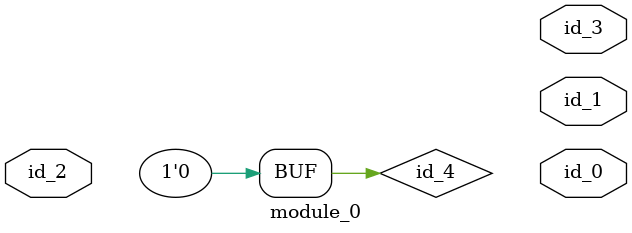
<source format=v>
module module_0 (
    output id_0,
    output id_1,
    input  id_2,
    output id_3
);
  wand id_4;
  assign id_4[""+:1] = 1'b0;
  assign id_4 = id_4;
endmodule

</source>
